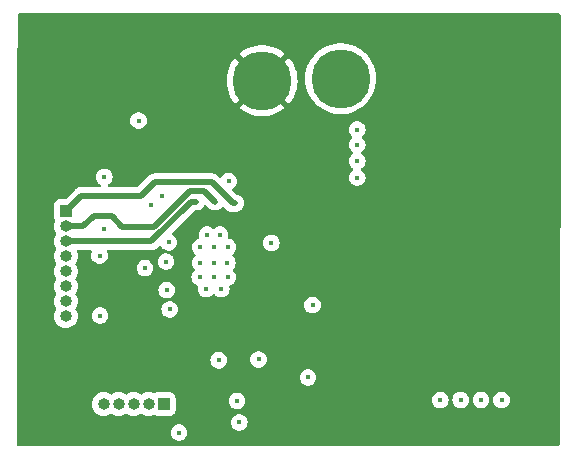
<source format=gbr>
%TF.GenerationSoftware,KiCad,Pcbnew,7.0.9*%
%TF.CreationDate,2023-12-22T17:16:56+01:00*%
%TF.ProjectId,driver_seperate,64726976-6572-45f7-9365-706572617465,rev?*%
%TF.SameCoordinates,Original*%
%TF.FileFunction,Copper,L2,Inr*%
%TF.FilePolarity,Positive*%
%FSLAX46Y46*%
G04 Gerber Fmt 4.6, Leading zero omitted, Abs format (unit mm)*
G04 Created by KiCad (PCBNEW 7.0.9) date 2023-12-22 17:16:56*
%MOMM*%
%LPD*%
G01*
G04 APERTURE LIST*
%TA.AperFunction,ComponentPad*%
%ADD10R,1.000000X1.000000*%
%TD*%
%TA.AperFunction,ComponentPad*%
%ADD11O,1.000000X1.000000*%
%TD*%
%TA.AperFunction,ComponentPad*%
%ADD12C,5.000000*%
%TD*%
%TA.AperFunction,ViaPad*%
%ADD13C,0.400000*%
%TD*%
%TA.AperFunction,Conductor*%
%ADD14C,0.500000*%
%TD*%
G04 APERTURE END LIST*
D10*
%TO.N,/FGOUT*%
%TO.C,J2*%
X147066000Y-111633000D03*
D11*
%TO.N,/PWM*%
X145796000Y-111633000D03*
%TO.N,/BRAKE*%
X144526000Y-111633000D03*
%TO.N,/DIR*%
X143256000Y-111633000D03*
%TO.N,/nFAULT*%
X141986000Y-111633000D03*
%TD*%
D10*
%TO.N,/U*%
%TO.C,J1*%
X138785600Y-95300800D03*
D11*
%TO.N,/V*%
X138785600Y-96570800D03*
%TO.N,/W*%
X138785600Y-97840800D03*
%TO.N,GND*%
X138785600Y-99110800D03*
%TO.N,/H2*%
X138785600Y-100380800D03*
%TO.N,/H1*%
X138785600Y-101650800D03*
%TO.N,/H3*%
X138785600Y-102920800D03*
%TO.N,/SW_BK*%
X138785600Y-104190800D03*
%TD*%
D12*
%TO.N,GND*%
%TO.C,IN-1*%
X162052000Y-84074000D03*
%TD*%
%TO.N,/VM*%
%TO.C,IN+1*%
X155397200Y-84248800D03*
%TD*%
D13*
%TO.N,/AVDD*%
X147472400Y-97942400D03*
X147269200Y-99568000D03*
X159283400Y-109372400D03*
%TO.N,Net-(IC1-ILIM)*%
X151714200Y-107924600D03*
X153263600Y-111353600D03*
%TO.N,Net-(IC1-CP)*%
X156184600Y-97993200D03*
%TO.N,GND*%
X148361400Y-114046000D03*
X153466800Y-113182400D03*
%TO.N,/SW_BK*%
X159664400Y-103251000D03*
%TO.N,/H3*%
X147320000Y-101981000D03*
%TO.N,/H1*%
X145491200Y-100126800D03*
%TO.N,/SW_BK*%
X141681200Y-104140000D03*
%TO.N,Net-(IC1-CP)*%
X146913600Y-94030800D03*
%TO.N,/V*%
X151384000Y-94488000D03*
%TO.N,/W*%
X149809200Y-94488000D03*
%TO.N,/U*%
X153111200Y-94640400D03*
%TO.N,/AVDD*%
X155092400Y-107848400D03*
%TO.N,/nFAULT*%
X145948400Y-94792800D03*
%TO.N,/AVDD*%
X147574000Y-103615500D03*
%TO.N,GND*%
X144932400Y-87630000D03*
X152552400Y-92760800D03*
%TO.N,/AVDD*%
X142036800Y-92405200D03*
X141986000Y-96774000D03*
X141630400Y-99060000D03*
%TO.N,/VM*%
X154178000Y-91059000D03*
X154178000Y-92456000D03*
X154178000Y-89662000D03*
X154178000Y-88392000D03*
%TO.N,GND*%
X163449000Y-88392000D03*
X163449000Y-91059000D03*
X163449000Y-92456000D03*
X163449000Y-89662000D03*
X170484800Y-111302800D03*
X172212000Y-111277400D03*
X173939200Y-111277400D03*
X175666400Y-111302800D03*
X151942800Y-101904800D03*
X150672800Y-101904800D03*
X152501600Y-100888800D03*
X150114000Y-100888800D03*
X151282400Y-100888800D03*
X152450800Y-99669600D03*
X150164800Y-99669600D03*
X151282400Y-99669600D03*
X152501600Y-98348800D03*
X150164800Y-98348800D03*
X151282400Y-98348800D03*
X151841200Y-97282000D03*
X150723600Y-97282000D03*
%TD*%
D14*
%TO.N,/V*%
X140258800Y-96570800D02*
X138785600Y-96570800D01*
X141122400Y-95707200D02*
X140258800Y-96570800D01*
X146253200Y-96621600D02*
X143560800Y-96621600D01*
X143560800Y-96621600D02*
X142646400Y-95707200D01*
X149301200Y-93573600D02*
X146253200Y-96621600D01*
X150469600Y-93573600D02*
X149301200Y-93573600D01*
X151384000Y-94488000D02*
X150469600Y-93573600D01*
X142646400Y-95707200D02*
X141122400Y-95707200D01*
%TO.N,/W*%
X149376750Y-94488000D02*
X146023950Y-97840800D01*
X149809200Y-94488000D02*
X149376750Y-94488000D01*
X146023950Y-97840800D02*
X138785600Y-97840800D01*
%TO.N,/U*%
X140091400Y-93995000D02*
X138785600Y-95300800D01*
X145176239Y-93995000D02*
X140091400Y-93995000D01*
X146319119Y-92852120D02*
X145176239Y-93995000D01*
X151114881Y-92852120D02*
X146319119Y-92852120D01*
X152903161Y-94640400D02*
X151114881Y-92852120D01*
X153111200Y-94640400D02*
X152903161Y-94640400D01*
%TD*%
%TA.AperFunction,Conductor*%
%TO.N,/VM*%
G36*
X180612980Y-78581885D02*
G01*
X180658735Y-78634689D01*
X180669941Y-78686458D01*
X180594257Y-115065258D01*
X180574433Y-115132256D01*
X180521534Y-115177901D01*
X180470257Y-115189000D01*
X134744259Y-115189000D01*
X134677220Y-115169315D01*
X134631465Y-115116511D01*
X134620259Y-115064742D01*
X134622379Y-114046000D01*
X147655755Y-114046000D01*
X147676259Y-114214869D01*
X147676260Y-114214874D01*
X147736582Y-114373931D01*
X147798875Y-114464177D01*
X147833217Y-114513929D01*
X147938905Y-114607560D01*
X147960550Y-114626736D01*
X148111173Y-114705789D01*
X148111175Y-114705790D01*
X148276344Y-114746500D01*
X148446456Y-114746500D01*
X148611625Y-114705790D01*
X148691092Y-114664081D01*
X148762249Y-114626736D01*
X148762250Y-114626734D01*
X148762252Y-114626734D01*
X148889583Y-114513929D01*
X148986218Y-114373930D01*
X149046540Y-114214872D01*
X149067045Y-114046000D01*
X149046540Y-113877128D01*
X148986218Y-113718070D01*
X148889583Y-113578071D01*
X148762252Y-113465266D01*
X148762249Y-113465263D01*
X148611626Y-113386210D01*
X148446456Y-113345500D01*
X148276344Y-113345500D01*
X148111173Y-113386210D01*
X147960550Y-113465263D01*
X147833216Y-113578072D01*
X147736582Y-113718068D01*
X147676260Y-113877125D01*
X147676259Y-113877130D01*
X147655755Y-114046000D01*
X134622379Y-114046000D01*
X134624176Y-113182400D01*
X152761155Y-113182400D01*
X152781659Y-113351269D01*
X152781660Y-113351274D01*
X152841982Y-113510331D01*
X152888741Y-113578072D01*
X152938617Y-113650329D01*
X153015079Y-113718068D01*
X153065950Y-113763136D01*
X153216573Y-113842189D01*
X153216575Y-113842190D01*
X153381744Y-113882900D01*
X153551856Y-113882900D01*
X153717025Y-113842190D01*
X153796492Y-113800481D01*
X153867649Y-113763136D01*
X153867650Y-113763134D01*
X153867652Y-113763134D01*
X153994983Y-113650329D01*
X154091618Y-113510330D01*
X154151940Y-113351272D01*
X154172445Y-113182400D01*
X154151940Y-113013528D01*
X154091618Y-112854470D01*
X153994983Y-112714471D01*
X153867652Y-112601666D01*
X153867649Y-112601663D01*
X153717026Y-112522610D01*
X153551856Y-112481900D01*
X153381744Y-112481900D01*
X153216573Y-112522610D01*
X153065950Y-112601663D01*
X152938616Y-112714472D01*
X152841982Y-112854468D01*
X152781660Y-113013525D01*
X152781659Y-113013530D01*
X152761155Y-113182400D01*
X134624176Y-113182400D01*
X134627399Y-111633000D01*
X140980659Y-111633000D01*
X140999975Y-111829129D01*
X140999976Y-111829132D01*
X141055870Y-112013390D01*
X141057188Y-112017733D01*
X141150086Y-112191532D01*
X141150090Y-112191539D01*
X141275116Y-112343883D01*
X141427460Y-112468909D01*
X141427467Y-112468913D01*
X141601266Y-112561811D01*
X141601269Y-112561811D01*
X141601273Y-112561814D01*
X141789868Y-112619024D01*
X141986000Y-112638341D01*
X142182132Y-112619024D01*
X142370727Y-112561814D01*
X142544538Y-112468910D01*
X142544544Y-112468904D01*
X142549607Y-112465523D01*
X142550703Y-112467164D01*
X142606639Y-112443405D01*
X142675507Y-112455194D01*
X142692148Y-112465888D01*
X142692393Y-112465523D01*
X142697458Y-112468907D01*
X142697462Y-112468910D01*
X142842501Y-112546435D01*
X142869147Y-112560678D01*
X142871273Y-112561814D01*
X143059868Y-112619024D01*
X143256000Y-112638341D01*
X143452132Y-112619024D01*
X143640727Y-112561814D01*
X143814538Y-112468910D01*
X143814544Y-112468904D01*
X143819607Y-112465523D01*
X143820703Y-112467164D01*
X143876639Y-112443405D01*
X143945507Y-112455194D01*
X143962148Y-112465888D01*
X143962393Y-112465523D01*
X143967458Y-112468907D01*
X143967462Y-112468910D01*
X144112501Y-112546435D01*
X144139147Y-112560678D01*
X144141273Y-112561814D01*
X144329868Y-112619024D01*
X144526000Y-112638341D01*
X144722132Y-112619024D01*
X144910727Y-112561814D01*
X145084538Y-112468910D01*
X145084544Y-112468904D01*
X145089607Y-112465523D01*
X145090703Y-112467164D01*
X145146639Y-112443405D01*
X145215507Y-112455194D01*
X145232148Y-112465888D01*
X145232393Y-112465523D01*
X145237458Y-112468907D01*
X145237462Y-112468910D01*
X145382501Y-112546435D01*
X145409147Y-112560678D01*
X145411273Y-112561814D01*
X145599868Y-112619024D01*
X145796000Y-112638341D01*
X145992132Y-112619024D01*
X146180727Y-112561814D01*
X146182853Y-112560677D01*
X146184095Y-112560418D01*
X146186355Y-112559483D01*
X146186532Y-112559911D01*
X146251254Y-112546435D01*
X146315615Y-112570767D01*
X146323669Y-112576796D01*
X146323672Y-112576797D01*
X146458517Y-112627091D01*
X146458516Y-112627091D01*
X146465444Y-112627835D01*
X146518127Y-112633500D01*
X147613872Y-112633499D01*
X147673483Y-112627091D01*
X147808331Y-112576796D01*
X147923546Y-112490546D01*
X148009796Y-112375331D01*
X148060091Y-112240483D01*
X148066500Y-112180873D01*
X148066499Y-111353600D01*
X152557955Y-111353600D01*
X152578459Y-111522469D01*
X152578460Y-111522474D01*
X152638782Y-111681531D01*
X152700351Y-111770727D01*
X152735417Y-111821529D01*
X152805409Y-111883536D01*
X152862750Y-111934336D01*
X152994150Y-112003300D01*
X153013375Y-112013390D01*
X153178544Y-112054100D01*
X153348656Y-112054100D01*
X153513825Y-112013390D01*
X153610617Y-111962589D01*
X153664449Y-111934336D01*
X153664450Y-111934334D01*
X153664452Y-111934334D01*
X153791783Y-111821529D01*
X153888418Y-111681530D01*
X153948740Y-111522472D01*
X153969245Y-111353600D01*
X153963077Y-111302800D01*
X169779155Y-111302800D01*
X169799659Y-111471669D01*
X169799660Y-111471674D01*
X169859982Y-111630731D01*
X169922275Y-111720977D01*
X169956617Y-111770729D01*
X170062305Y-111864360D01*
X170083950Y-111883536D01*
X170234573Y-111962589D01*
X170234575Y-111962590D01*
X170399744Y-112003300D01*
X170569856Y-112003300D01*
X170735025Y-111962590D01*
X170814492Y-111920881D01*
X170885649Y-111883536D01*
X170885650Y-111883534D01*
X170885652Y-111883534D01*
X171012983Y-111770729D01*
X171109618Y-111630730D01*
X171169940Y-111471672D01*
X171190445Y-111302800D01*
X171187361Y-111277400D01*
X171506355Y-111277400D01*
X171526859Y-111446269D01*
X171526860Y-111446274D01*
X171587182Y-111605331D01*
X171604714Y-111630730D01*
X171683817Y-111745329D01*
X171789505Y-111838960D01*
X171811150Y-111858136D01*
X171956333Y-111934334D01*
X171961775Y-111937190D01*
X172126944Y-111977900D01*
X172297056Y-111977900D01*
X172462225Y-111937190D01*
X172564457Y-111883534D01*
X172612849Y-111858136D01*
X172612850Y-111858134D01*
X172612852Y-111858134D01*
X172740183Y-111745329D01*
X172836818Y-111605330D01*
X172897140Y-111446272D01*
X172917645Y-111277400D01*
X173233555Y-111277400D01*
X173254059Y-111446269D01*
X173254060Y-111446274D01*
X173314382Y-111605331D01*
X173331914Y-111630730D01*
X173411017Y-111745329D01*
X173516705Y-111838960D01*
X173538350Y-111858136D01*
X173683533Y-111934334D01*
X173688975Y-111937190D01*
X173854144Y-111977900D01*
X174024256Y-111977900D01*
X174189425Y-111937190D01*
X174291657Y-111883534D01*
X174340049Y-111858136D01*
X174340050Y-111858134D01*
X174340052Y-111858134D01*
X174467383Y-111745329D01*
X174564018Y-111605330D01*
X174624340Y-111446272D01*
X174641761Y-111302800D01*
X174960755Y-111302800D01*
X174981259Y-111471669D01*
X174981260Y-111471674D01*
X175041582Y-111630731D01*
X175103875Y-111720977D01*
X175138217Y-111770729D01*
X175243905Y-111864360D01*
X175265550Y-111883536D01*
X175416173Y-111962589D01*
X175416175Y-111962590D01*
X175581344Y-112003300D01*
X175751456Y-112003300D01*
X175916625Y-111962590D01*
X175996092Y-111920881D01*
X176067249Y-111883536D01*
X176067250Y-111883534D01*
X176067252Y-111883534D01*
X176194583Y-111770729D01*
X176291218Y-111630730D01*
X176351540Y-111471672D01*
X176372045Y-111302800D01*
X176351540Y-111133928D01*
X176291218Y-110974870D01*
X176194583Y-110834871D01*
X176067252Y-110722066D01*
X176067249Y-110722063D01*
X175916626Y-110643010D01*
X175751456Y-110602300D01*
X175581344Y-110602300D01*
X175416173Y-110643010D01*
X175265550Y-110722063D01*
X175138216Y-110834872D01*
X175041582Y-110974868D01*
X174981260Y-111133925D01*
X174981259Y-111133930D01*
X174960755Y-111302800D01*
X174641761Y-111302800D01*
X174644845Y-111277400D01*
X174624340Y-111108528D01*
X174564018Y-110949470D01*
X174545137Y-110922117D01*
X174484915Y-110834871D01*
X174467383Y-110809471D01*
X174351173Y-110706518D01*
X174340049Y-110696663D01*
X174189426Y-110617610D01*
X174024256Y-110576900D01*
X173854144Y-110576900D01*
X173688973Y-110617610D01*
X173538350Y-110696663D01*
X173411016Y-110809472D01*
X173314382Y-110949468D01*
X173254060Y-111108525D01*
X173254059Y-111108530D01*
X173233555Y-111277400D01*
X172917645Y-111277400D01*
X172897140Y-111108528D01*
X172836818Y-110949470D01*
X172817937Y-110922117D01*
X172757715Y-110834871D01*
X172740183Y-110809471D01*
X172623973Y-110706518D01*
X172612849Y-110696663D01*
X172462226Y-110617610D01*
X172297056Y-110576900D01*
X172126944Y-110576900D01*
X171961773Y-110617610D01*
X171811150Y-110696663D01*
X171683816Y-110809472D01*
X171587182Y-110949468D01*
X171526860Y-111108525D01*
X171526859Y-111108530D01*
X171506355Y-111277400D01*
X171187361Y-111277400D01*
X171169940Y-111133928D01*
X171109618Y-110974870D01*
X171012983Y-110834871D01*
X170885652Y-110722066D01*
X170885649Y-110722063D01*
X170735026Y-110643010D01*
X170569856Y-110602300D01*
X170399744Y-110602300D01*
X170234573Y-110643010D01*
X170083950Y-110722063D01*
X169956616Y-110834872D01*
X169859982Y-110974868D01*
X169799660Y-111133925D01*
X169799659Y-111133930D01*
X169779155Y-111302800D01*
X153963077Y-111302800D01*
X153948740Y-111184728D01*
X153888418Y-111025670D01*
X153888312Y-111025517D01*
X153853352Y-110974868D01*
X153791783Y-110885671D01*
X153691791Y-110797086D01*
X153664449Y-110772863D01*
X153513826Y-110693810D01*
X153348656Y-110653100D01*
X153178544Y-110653100D01*
X153013373Y-110693810D01*
X152862750Y-110772863D01*
X152735416Y-110885672D01*
X152638782Y-111025668D01*
X152578460Y-111184725D01*
X152578459Y-111184730D01*
X152557955Y-111353600D01*
X148066499Y-111353600D01*
X148066499Y-111085128D01*
X148061299Y-111036757D01*
X148060091Y-111025516D01*
X148009797Y-110890671D01*
X148009793Y-110890664D01*
X147923547Y-110775455D01*
X147923544Y-110775452D01*
X147808335Y-110689206D01*
X147808328Y-110689202D01*
X147673482Y-110638908D01*
X147673483Y-110638908D01*
X147613883Y-110632501D01*
X147613881Y-110632500D01*
X147613873Y-110632500D01*
X147613864Y-110632500D01*
X146518129Y-110632500D01*
X146518123Y-110632501D01*
X146458516Y-110638908D01*
X146323671Y-110689202D01*
X146323666Y-110689205D01*
X146315614Y-110695233D01*
X146250149Y-110719648D01*
X146186530Y-110706104D01*
X146186359Y-110706518D01*
X146184123Y-110705592D01*
X146182850Y-110705321D01*
X146180729Y-110704187D01*
X146180728Y-110704186D01*
X146180727Y-110704186D01*
X145992132Y-110646976D01*
X145992129Y-110646975D01*
X145796000Y-110627659D01*
X145599870Y-110646975D01*
X145411266Y-110704188D01*
X145237467Y-110797086D01*
X145232399Y-110800473D01*
X145231305Y-110798836D01*
X145175337Y-110822596D01*
X145106471Y-110810795D01*
X145089843Y-110800109D01*
X145089601Y-110800473D01*
X145084532Y-110797086D01*
X144910733Y-110704188D01*
X144910727Y-110704186D01*
X144722132Y-110646976D01*
X144722129Y-110646975D01*
X144526000Y-110627659D01*
X144329870Y-110646975D01*
X144141266Y-110704188D01*
X143967467Y-110797086D01*
X143962399Y-110800473D01*
X143961305Y-110798836D01*
X143905337Y-110822596D01*
X143836471Y-110810795D01*
X143819843Y-110800109D01*
X143819601Y-110800473D01*
X143814532Y-110797086D01*
X143640733Y-110704188D01*
X143640727Y-110704186D01*
X143452132Y-110646976D01*
X143452129Y-110646975D01*
X143256000Y-110627659D01*
X143059870Y-110646975D01*
X142871266Y-110704188D01*
X142697467Y-110797086D01*
X142692399Y-110800473D01*
X142691305Y-110798836D01*
X142635337Y-110822596D01*
X142566471Y-110810795D01*
X142549843Y-110800109D01*
X142549601Y-110800473D01*
X142544532Y-110797086D01*
X142370733Y-110704188D01*
X142370727Y-110704186D01*
X142182132Y-110646976D01*
X142182129Y-110646975D01*
X141986000Y-110627659D01*
X141789870Y-110646975D01*
X141601266Y-110704188D01*
X141427467Y-110797086D01*
X141427460Y-110797090D01*
X141275116Y-110922116D01*
X141150090Y-111074460D01*
X141150086Y-111074467D01*
X141057188Y-111248266D01*
X140999975Y-111436870D01*
X140980659Y-111633000D01*
X134627399Y-111633000D01*
X134632102Y-109372400D01*
X158577755Y-109372400D01*
X158598259Y-109541269D01*
X158598260Y-109541274D01*
X158658582Y-109700331D01*
X158720875Y-109790577D01*
X158755217Y-109840329D01*
X158860905Y-109933960D01*
X158882550Y-109953136D01*
X159033173Y-110032189D01*
X159033175Y-110032190D01*
X159198344Y-110072900D01*
X159368456Y-110072900D01*
X159533625Y-110032190D01*
X159613092Y-109990481D01*
X159684249Y-109953136D01*
X159684250Y-109953134D01*
X159684252Y-109953134D01*
X159811583Y-109840329D01*
X159908218Y-109700330D01*
X159968540Y-109541272D01*
X159989045Y-109372400D01*
X159968540Y-109203528D01*
X159908218Y-109044470D01*
X159811583Y-108904471D01*
X159684252Y-108791666D01*
X159684249Y-108791663D01*
X159533626Y-108712610D01*
X159368456Y-108671900D01*
X159198344Y-108671900D01*
X159033173Y-108712610D01*
X158882550Y-108791663D01*
X158755216Y-108904472D01*
X158658582Y-109044468D01*
X158598260Y-109203525D01*
X158598259Y-109203530D01*
X158577755Y-109372400D01*
X134632102Y-109372400D01*
X134635114Y-107924600D01*
X151008555Y-107924600D01*
X151029059Y-108093469D01*
X151029060Y-108093474D01*
X151089382Y-108252531D01*
X151151675Y-108342777D01*
X151186017Y-108392529D01*
X151291705Y-108486160D01*
X151313350Y-108505336D01*
X151463973Y-108584389D01*
X151463975Y-108584390D01*
X151629144Y-108625100D01*
X151799256Y-108625100D01*
X151964425Y-108584390D01*
X152043892Y-108542681D01*
X152115049Y-108505336D01*
X152115050Y-108505334D01*
X152115052Y-108505334D01*
X152242383Y-108392529D01*
X152339018Y-108252530D01*
X152399340Y-108093472D01*
X152419845Y-107924600D01*
X152410593Y-107848400D01*
X154386755Y-107848400D01*
X154407259Y-108017269D01*
X154407260Y-108017274D01*
X154467582Y-108176331D01*
X154520179Y-108252530D01*
X154564217Y-108316329D01*
X154669905Y-108409960D01*
X154691550Y-108429136D01*
X154836733Y-108505334D01*
X154842175Y-108508190D01*
X155007344Y-108548900D01*
X155177456Y-108548900D01*
X155342625Y-108508190D01*
X155422092Y-108466481D01*
X155493249Y-108429136D01*
X155493250Y-108429134D01*
X155493252Y-108429134D01*
X155620583Y-108316329D01*
X155717218Y-108176330D01*
X155777540Y-108017272D01*
X155798045Y-107848400D01*
X155777540Y-107679528D01*
X155717218Y-107520470D01*
X155620583Y-107380471D01*
X155493252Y-107267666D01*
X155493249Y-107267663D01*
X155342626Y-107188610D01*
X155177456Y-107147900D01*
X155007344Y-107147900D01*
X154842173Y-107188610D01*
X154691550Y-107267663D01*
X154564216Y-107380472D01*
X154467582Y-107520468D01*
X154407260Y-107679525D01*
X154407259Y-107679530D01*
X154386755Y-107848400D01*
X152410593Y-107848400D01*
X152399340Y-107755728D01*
X152339018Y-107596670D01*
X152242383Y-107456671D01*
X152115052Y-107343866D01*
X152115049Y-107343863D01*
X151964426Y-107264810D01*
X151799256Y-107224100D01*
X151629144Y-107224100D01*
X151463973Y-107264810D01*
X151313350Y-107343863D01*
X151186016Y-107456672D01*
X151089382Y-107596668D01*
X151029060Y-107755725D01*
X151029059Y-107755730D01*
X151008555Y-107924600D01*
X134635114Y-107924600D01*
X134642882Y-104190800D01*
X137780259Y-104190800D01*
X137799575Y-104386929D01*
X137856788Y-104575533D01*
X137949686Y-104749332D01*
X137949690Y-104749339D01*
X138074716Y-104901683D01*
X138227060Y-105026709D01*
X138227067Y-105026713D01*
X138400866Y-105119611D01*
X138400869Y-105119611D01*
X138400873Y-105119614D01*
X138589468Y-105176824D01*
X138785600Y-105196141D01*
X138981732Y-105176824D01*
X139170327Y-105119614D01*
X139344138Y-105026710D01*
X139496483Y-104901683D01*
X139621510Y-104749338D01*
X139714414Y-104575527D01*
X139771624Y-104386932D01*
X139790941Y-104190800D01*
X139785938Y-104140000D01*
X140975555Y-104140000D01*
X140996059Y-104308869D01*
X140996060Y-104308874D01*
X141056382Y-104467931D01*
X141118675Y-104558177D01*
X141153017Y-104607929D01*
X141258705Y-104701560D01*
X141280350Y-104720736D01*
X141430973Y-104799789D01*
X141430975Y-104799790D01*
X141596144Y-104840500D01*
X141766256Y-104840500D01*
X141931425Y-104799790D01*
X142010892Y-104758081D01*
X142082049Y-104720736D01*
X142082050Y-104720734D01*
X142082052Y-104720734D01*
X142209383Y-104607929D01*
X142306018Y-104467930D01*
X142366340Y-104308872D01*
X142386845Y-104140000D01*
X142366340Y-103971128D01*
X142306018Y-103812070D01*
X142209383Y-103672071D01*
X142145527Y-103615500D01*
X146868355Y-103615500D01*
X146888859Y-103784369D01*
X146888860Y-103784374D01*
X146949182Y-103943431D01*
X147011475Y-104033677D01*
X147045817Y-104083429D01*
X147109673Y-104140000D01*
X147173150Y-104196236D01*
X147323773Y-104275289D01*
X147323775Y-104275290D01*
X147488944Y-104316000D01*
X147659056Y-104316000D01*
X147824225Y-104275290D01*
X147903692Y-104233581D01*
X147974849Y-104196236D01*
X147974850Y-104196234D01*
X147974852Y-104196234D01*
X148102183Y-104083429D01*
X148198818Y-103943430D01*
X148259140Y-103784372D01*
X148279645Y-103615500D01*
X148259140Y-103446628D01*
X148198818Y-103287570D01*
X148173575Y-103251000D01*
X158958755Y-103251000D01*
X158979259Y-103419869D01*
X158979260Y-103419874D01*
X159039582Y-103578931D01*
X159076398Y-103632267D01*
X159136217Y-103718929D01*
X159234575Y-103806066D01*
X159263550Y-103831736D01*
X159414173Y-103910789D01*
X159414175Y-103910790D01*
X159579344Y-103951500D01*
X159749456Y-103951500D01*
X159914625Y-103910790D01*
X159994092Y-103869081D01*
X160065249Y-103831736D01*
X160065250Y-103831734D01*
X160065252Y-103831734D01*
X160192583Y-103718929D01*
X160289218Y-103578930D01*
X160349540Y-103419872D01*
X160370045Y-103251000D01*
X160349540Y-103082128D01*
X160289218Y-102923070D01*
X160286266Y-102918794D01*
X160254876Y-102873318D01*
X160192583Y-102783071D01*
X160073637Y-102677694D01*
X160065249Y-102670263D01*
X159914626Y-102591210D01*
X159749456Y-102550500D01*
X159579344Y-102550500D01*
X159414173Y-102591210D01*
X159263550Y-102670263D01*
X159136216Y-102783072D01*
X159039582Y-102923068D01*
X158979260Y-103082125D01*
X158979259Y-103082130D01*
X158958755Y-103251000D01*
X148173575Y-103251000D01*
X148102183Y-103147571D01*
X147974852Y-103034766D01*
X147974849Y-103034763D01*
X147824226Y-102955710D01*
X147659056Y-102915000D01*
X147488944Y-102915000D01*
X147481443Y-102915000D01*
X147481443Y-102913030D01*
X147474805Y-102911926D01*
X147466521Y-102918794D01*
X147447160Y-102925298D01*
X147323773Y-102955710D01*
X147173150Y-103034763D01*
X147045816Y-103147572D01*
X146949182Y-103287568D01*
X146888860Y-103446625D01*
X146888859Y-103446630D01*
X146868355Y-103615500D01*
X142145527Y-103615500D01*
X142082052Y-103559266D01*
X142082049Y-103559263D01*
X141931426Y-103480210D01*
X141766256Y-103439500D01*
X141596144Y-103439500D01*
X141430973Y-103480210D01*
X141280350Y-103559263D01*
X141153016Y-103672072D01*
X141056382Y-103812068D01*
X140996060Y-103971125D01*
X140996059Y-103971130D01*
X140975555Y-104140000D01*
X139785938Y-104140000D01*
X139771624Y-103994668D01*
X139714414Y-103806073D01*
X139621510Y-103632262D01*
X139621507Y-103632258D01*
X139618123Y-103627193D01*
X139619764Y-103626096D01*
X139596005Y-103570161D01*
X139607794Y-103501293D01*
X139618488Y-103484651D01*
X139618123Y-103484407D01*
X139621504Y-103479344D01*
X139621510Y-103479338D01*
X139714414Y-103305527D01*
X139771624Y-103116932D01*
X139790941Y-102920800D01*
X139771624Y-102724668D01*
X139714414Y-102536073D01*
X139621510Y-102362262D01*
X139621507Y-102362258D01*
X139618123Y-102357193D01*
X139619764Y-102356096D01*
X139596005Y-102300161D01*
X139607794Y-102231293D01*
X139618488Y-102214651D01*
X139618123Y-102214407D01*
X139621504Y-102209344D01*
X139621510Y-102209338D01*
X139714414Y-102035527D01*
X139730955Y-101981000D01*
X146614355Y-101981000D01*
X146634859Y-102149869D01*
X146634860Y-102149874D01*
X146695182Y-102308931D01*
X146757475Y-102399177D01*
X146791817Y-102448929D01*
X146890175Y-102536066D01*
X146919150Y-102561736D01*
X147069773Y-102640789D01*
X147069775Y-102640790D01*
X147234944Y-102681500D01*
X147412557Y-102681500D01*
X147412557Y-102683474D01*
X147419196Y-102684577D01*
X147427504Y-102677694D01*
X147446836Y-102671202D01*
X147570225Y-102640790D01*
X147664691Y-102591210D01*
X147720849Y-102561736D01*
X147720850Y-102561734D01*
X147720852Y-102561734D01*
X147848183Y-102448929D01*
X147944818Y-102308930D01*
X148005140Y-102149872D01*
X148025645Y-101981000D01*
X148005140Y-101812128D01*
X147944818Y-101653070D01*
X147848183Y-101513071D01*
X147720852Y-101400266D01*
X147720849Y-101400263D01*
X147570226Y-101321210D01*
X147405056Y-101280500D01*
X147234944Y-101280500D01*
X147069773Y-101321210D01*
X146919150Y-101400263D01*
X146791816Y-101513072D01*
X146695182Y-101653068D01*
X146634860Y-101812125D01*
X146634859Y-101812130D01*
X146614355Y-101981000D01*
X139730955Y-101981000D01*
X139771624Y-101846932D01*
X139790941Y-101650800D01*
X139771624Y-101454668D01*
X139714414Y-101266073D01*
X139621510Y-101092262D01*
X139621507Y-101092258D01*
X139618123Y-101087193D01*
X139619764Y-101086096D01*
X139596005Y-101030161D01*
X139607794Y-100961293D01*
X139618488Y-100944651D01*
X139618123Y-100944407D01*
X139621504Y-100939344D01*
X139621510Y-100939338D01*
X139648523Y-100888800D01*
X149408355Y-100888800D01*
X149428859Y-101057669D01*
X149428860Y-101057674D01*
X149489182Y-101216731D01*
X149551475Y-101306977D01*
X149585817Y-101356729D01*
X149691505Y-101450360D01*
X149713150Y-101469536D01*
X149863774Y-101548590D01*
X149889957Y-101555043D01*
X149906141Y-101559032D01*
X149966522Y-101594187D01*
X149998312Y-101656406D01*
X149992413Y-101723393D01*
X149987661Y-101735924D01*
X149987659Y-101735930D01*
X149967155Y-101904800D01*
X149987659Y-102073669D01*
X149987660Y-102073674D01*
X150047982Y-102232731D01*
X150100579Y-102308930D01*
X150144617Y-102372729D01*
X150250305Y-102466360D01*
X150271950Y-102485536D01*
X150395729Y-102550500D01*
X150422575Y-102564590D01*
X150587744Y-102605300D01*
X150757856Y-102605300D01*
X150923025Y-102564590D01*
X151002492Y-102522881D01*
X151073649Y-102485536D01*
X151073650Y-102485534D01*
X151073652Y-102485534D01*
X151200983Y-102372729D01*
X151205750Y-102365821D01*
X151260030Y-102321833D01*
X151329478Y-102314172D01*
X151392044Y-102345273D01*
X151409846Y-102365817D01*
X151414617Y-102372729D01*
X151500627Y-102448927D01*
X151541950Y-102485536D01*
X151665729Y-102550500D01*
X151692575Y-102564590D01*
X151857744Y-102605300D01*
X152027856Y-102605300D01*
X152193025Y-102564590D01*
X152272492Y-102522881D01*
X152343649Y-102485536D01*
X152343650Y-102485534D01*
X152343652Y-102485534D01*
X152470983Y-102372729D01*
X152567618Y-102232730D01*
X152627940Y-102073672D01*
X152648445Y-101904800D01*
X152627940Y-101735928D01*
X152623187Y-101723397D01*
X152617822Y-101653735D01*
X152650971Y-101592229D01*
X152709456Y-101559032D01*
X152751825Y-101548590D01*
X152902449Y-101469536D01*
X152902450Y-101469534D01*
X152902452Y-101469534D01*
X153029783Y-101356729D01*
X153126418Y-101216730D01*
X153186740Y-101057672D01*
X153207245Y-100888800D01*
X153186740Y-100719928D01*
X153182040Y-100707536D01*
X153126417Y-100560868D01*
X153053154Y-100454730D01*
X153029783Y-100420871D01*
X153029781Y-100420869D01*
X152949236Y-100349512D01*
X152912109Y-100290323D01*
X152912877Y-100220457D01*
X152949234Y-100163883D01*
X152978983Y-100137529D01*
X153075618Y-99997530D01*
X153135940Y-99838472D01*
X153156445Y-99669600D01*
X153135940Y-99500728D01*
X153075618Y-99341670D01*
X152978983Y-99201671D01*
X152952773Y-99178451D01*
X152891281Y-99123973D01*
X152854154Y-99064784D01*
X152854922Y-98994918D01*
X152893340Y-98936559D01*
X152902058Y-98929881D01*
X152902446Y-98929536D01*
X152902452Y-98929534D01*
X153029783Y-98816729D01*
X153126418Y-98676730D01*
X153186740Y-98517672D01*
X153207245Y-98348800D01*
X153186740Y-98179928D01*
X153126418Y-98020870D01*
X153107319Y-97993200D01*
X155478955Y-97993200D01*
X155499459Y-98162069D01*
X155499460Y-98162074D01*
X155559782Y-98321131D01*
X155613761Y-98399332D01*
X155656417Y-98461129D01*
X155726409Y-98523136D01*
X155783750Y-98573936D01*
X155886953Y-98628101D01*
X155934375Y-98652990D01*
X156099544Y-98693700D01*
X156269656Y-98693700D01*
X156434825Y-98652990D01*
X156543242Y-98596088D01*
X156585449Y-98573936D01*
X156585450Y-98573934D01*
X156585452Y-98573934D01*
X156712783Y-98461129D01*
X156809418Y-98321130D01*
X156869740Y-98162072D01*
X156890245Y-97993200D01*
X156869740Y-97824328D01*
X156809418Y-97665270D01*
X156797704Y-97648300D01*
X156771219Y-97609930D01*
X156712783Y-97525271D01*
X156585452Y-97412466D01*
X156585449Y-97412463D01*
X156434826Y-97333410D01*
X156269656Y-97292700D01*
X156099544Y-97292700D01*
X155934373Y-97333410D01*
X155783750Y-97412463D01*
X155656416Y-97525272D01*
X155559782Y-97665268D01*
X155499460Y-97824325D01*
X155499459Y-97824330D01*
X155478955Y-97993200D01*
X153107319Y-97993200D01*
X153029783Y-97880871D01*
X152908620Y-97773530D01*
X152902449Y-97768063D01*
X152751826Y-97689010D01*
X152598922Y-97651323D01*
X152538541Y-97616167D01*
X152506753Y-97553947D01*
X152512654Y-97486957D01*
X152526340Y-97450872D01*
X152546845Y-97282000D01*
X152526340Y-97113128D01*
X152466018Y-96954070D01*
X152369383Y-96814071D01*
X152242052Y-96701266D01*
X152242049Y-96701263D01*
X152091426Y-96622210D01*
X151926256Y-96581500D01*
X151756144Y-96581500D01*
X151590973Y-96622210D01*
X151440350Y-96701263D01*
X151364627Y-96768349D01*
X151301394Y-96798070D01*
X151232130Y-96788886D01*
X151200173Y-96768349D01*
X151124449Y-96701263D01*
X150973826Y-96622210D01*
X150808656Y-96581500D01*
X150638544Y-96581500D01*
X150473373Y-96622210D01*
X150322750Y-96701263D01*
X150195416Y-96814072D01*
X150098782Y-96954068D01*
X150038460Y-97113125D01*
X150038459Y-97113130D01*
X150017955Y-97282000D01*
X150038459Y-97450869D01*
X150038461Y-97450877D01*
X150060829Y-97509857D01*
X150066196Y-97579520D01*
X150033048Y-97641026D01*
X149974563Y-97674224D01*
X149914572Y-97689010D01*
X149763950Y-97768063D01*
X149636616Y-97880872D01*
X149539982Y-98020868D01*
X149479660Y-98179925D01*
X149479659Y-98179930D01*
X149459155Y-98348800D01*
X149479659Y-98517669D01*
X149479660Y-98517674D01*
X149539982Y-98676731D01*
X149636618Y-98816730D01*
X149749105Y-98916385D01*
X149786232Y-98975574D01*
X149785464Y-99045439D01*
X149749105Y-99102015D01*
X149636618Y-99201669D01*
X149539982Y-99341668D01*
X149479660Y-99500725D01*
X149479659Y-99500730D01*
X149459155Y-99669600D01*
X149479659Y-99838469D01*
X149479660Y-99838474D01*
X149539982Y-99997531D01*
X149566487Y-100035929D01*
X149636617Y-100137529D01*
X149666363Y-100163882D01*
X149703490Y-100223071D01*
X149702722Y-100292936D01*
X149666364Y-100349512D01*
X149585816Y-100420871D01*
X149489182Y-100560868D01*
X149428860Y-100719925D01*
X149428859Y-100719930D01*
X149408355Y-100888800D01*
X139648523Y-100888800D01*
X139714414Y-100765527D01*
X139771624Y-100576932D01*
X139790941Y-100380800D01*
X139771624Y-100184668D01*
X139754070Y-100126800D01*
X144785555Y-100126800D01*
X144806059Y-100295669D01*
X144806060Y-100295674D01*
X144866382Y-100454731D01*
X144924428Y-100538823D01*
X144963017Y-100594729D01*
X145068705Y-100688360D01*
X145090350Y-100707536D01*
X145240973Y-100786589D01*
X145240975Y-100786590D01*
X145406144Y-100827300D01*
X145576256Y-100827300D01*
X145741425Y-100786590D01*
X145868434Y-100719930D01*
X145892049Y-100707536D01*
X145892050Y-100707534D01*
X145892052Y-100707534D01*
X146019383Y-100594729D01*
X146116018Y-100454730D01*
X146176340Y-100295672D01*
X146196845Y-100126800D01*
X146176340Y-99957928D01*
X146116018Y-99798870D01*
X146019383Y-99658871D01*
X145924516Y-99574826D01*
X145916811Y-99568000D01*
X146563555Y-99568000D01*
X146584059Y-99736869D01*
X146584060Y-99736874D01*
X146644382Y-99895931D01*
X146687174Y-99957925D01*
X146741017Y-100035929D01*
X146843590Y-100126800D01*
X146868350Y-100148736D01*
X147005003Y-100220457D01*
X147018975Y-100227790D01*
X147184144Y-100268500D01*
X147354256Y-100268500D01*
X147519425Y-100227790D01*
X147601586Y-100184668D01*
X147670049Y-100148736D01*
X147670050Y-100148734D01*
X147670052Y-100148734D01*
X147797383Y-100035929D01*
X147894018Y-99895930D01*
X147954340Y-99736872D01*
X147974845Y-99568000D01*
X147954340Y-99399128D01*
X147894018Y-99240070D01*
X147886286Y-99228869D01*
X147813881Y-99123973D01*
X147797383Y-99100071D01*
X147695499Y-99009810D01*
X147670049Y-98987263D01*
X147519426Y-98908210D01*
X147434577Y-98887297D01*
X147374196Y-98852141D01*
X147361991Y-98828253D01*
X147348905Y-98844770D01*
X147282795Y-98867380D01*
X147277348Y-98867500D01*
X147184144Y-98867500D01*
X147018973Y-98908210D01*
X146868350Y-98987263D01*
X146741016Y-99100072D01*
X146644382Y-99240068D01*
X146584060Y-99399125D01*
X146584059Y-99399130D01*
X146563555Y-99568000D01*
X145916811Y-99568000D01*
X145892049Y-99546063D01*
X145741426Y-99467010D01*
X145576256Y-99426300D01*
X145406144Y-99426300D01*
X145240973Y-99467010D01*
X145090350Y-99546063D01*
X144963016Y-99658872D01*
X144866382Y-99798868D01*
X144806060Y-99957925D01*
X144806059Y-99957930D01*
X144785555Y-100126800D01*
X139754070Y-100126800D01*
X139714414Y-99996073D01*
X139621510Y-99822262D01*
X139621507Y-99822258D01*
X139618123Y-99817193D01*
X139619764Y-99816096D01*
X139596005Y-99760161D01*
X139607794Y-99691293D01*
X139618488Y-99674651D01*
X139618123Y-99674407D01*
X139621504Y-99669344D01*
X139621510Y-99669338D01*
X139714414Y-99495527D01*
X139771624Y-99306932D01*
X139790941Y-99110800D01*
X139771624Y-98914668D01*
X139722064Y-98751294D01*
X139721442Y-98681428D01*
X139758690Y-98622316D01*
X139821984Y-98592725D01*
X139840726Y-98591300D01*
X140879324Y-98591300D01*
X140946363Y-98610985D01*
X140992118Y-98663789D01*
X141002062Y-98732947D01*
X140995266Y-98759270D01*
X140945261Y-98891122D01*
X140945259Y-98891130D01*
X140924755Y-99060000D01*
X140945259Y-99228869D01*
X140945260Y-99228874D01*
X141005582Y-99387931D01*
X141032067Y-99426300D01*
X141102217Y-99527929D01*
X141207905Y-99621560D01*
X141229550Y-99640736D01*
X141380173Y-99719789D01*
X141380175Y-99719790D01*
X141545344Y-99760500D01*
X141715456Y-99760500D01*
X141880625Y-99719790D01*
X141976764Y-99669332D01*
X142031249Y-99640736D01*
X142031250Y-99640734D01*
X142031252Y-99640734D01*
X142158583Y-99527929D01*
X142255218Y-99387930D01*
X142315540Y-99228872D01*
X142336045Y-99060000D01*
X142315540Y-98891128D01*
X142314087Y-98887297D01*
X142265534Y-98759270D01*
X142260167Y-98689607D01*
X142293315Y-98628101D01*
X142354453Y-98594280D01*
X142381476Y-98591300D01*
X145960245Y-98591300D01*
X145978215Y-98592609D01*
X146001973Y-98596089D01*
X146054018Y-98591535D01*
X146059420Y-98591300D01*
X146067654Y-98591300D01*
X146067659Y-98591300D01*
X146079277Y-98589941D01*
X146100226Y-98587493D01*
X146112978Y-98586377D01*
X146176747Y-98580799D01*
X146176755Y-98580796D01*
X146183816Y-98579339D01*
X146183828Y-98579398D01*
X146191193Y-98577765D01*
X146191179Y-98577706D01*
X146198196Y-98576041D01*
X146198205Y-98576041D01*
X146270373Y-98549774D01*
X146343284Y-98525614D01*
X146343293Y-98525607D01*
X146349832Y-98522560D01*
X146349858Y-98522616D01*
X146356640Y-98519332D01*
X146356613Y-98519278D01*
X146363056Y-98516040D01*
X146363067Y-98516037D01*
X146427233Y-98473834D01*
X146492606Y-98433512D01*
X146492612Y-98433505D01*
X146498275Y-98429029D01*
X146498312Y-98429077D01*
X146504154Y-98424318D01*
X146504114Y-98424271D01*
X146509636Y-98419636D01*
X146509646Y-98419630D01*
X146531348Y-98396625D01*
X146562336Y-98363782D01*
X146613192Y-98312925D01*
X146664050Y-98262066D01*
X146725371Y-98228583D01*
X146795063Y-98233567D01*
X146850997Y-98275438D01*
X146853774Y-98279301D01*
X146944217Y-98410329D01*
X147001559Y-98461129D01*
X147071550Y-98523136D01*
X147222173Y-98602189D01*
X147222175Y-98602190D01*
X147292554Y-98619536D01*
X147307023Y-98623103D01*
X147367404Y-98658259D01*
X147379608Y-98682146D01*
X147392695Y-98665630D01*
X147458805Y-98643020D01*
X147464252Y-98642900D01*
X147557456Y-98642900D01*
X147722625Y-98602190D01*
X147817754Y-98552262D01*
X147873249Y-98523136D01*
X147873250Y-98523134D01*
X147873252Y-98523134D01*
X148000583Y-98410329D01*
X148097218Y-98270330D01*
X148157540Y-98111272D01*
X148178045Y-97942400D01*
X148157540Y-97773528D01*
X148155467Y-97768063D01*
X148107289Y-97641026D01*
X148097218Y-97614470D01*
X148094084Y-97609930D01*
X148055442Y-97553947D01*
X148000583Y-97474471D01*
X147873252Y-97361666D01*
X147873250Y-97361665D01*
X147873249Y-97361664D01*
X147819955Y-97333693D01*
X147769743Y-97285109D01*
X147753768Y-97217090D01*
X147777103Y-97151232D01*
X147789894Y-97136222D01*
X149651298Y-95274819D01*
X149712621Y-95241334D01*
X149738979Y-95238500D01*
X149852901Y-95238500D01*
X149852909Y-95238500D01*
X149983455Y-95223241D01*
X150148317Y-95163237D01*
X150294896Y-95066830D01*
X150415292Y-94939218D01*
X150465735Y-94851847D01*
X150516297Y-94803635D01*
X150584904Y-94790411D01*
X150649769Y-94816378D01*
X150660800Y-94826169D01*
X150884216Y-95049585D01*
X150884220Y-95049588D01*
X150884223Y-95049591D01*
X150987323Y-95131111D01*
X151146327Y-95205257D01*
X151318144Y-95240734D01*
X151493513Y-95235631D01*
X151662976Y-95190223D01*
X151817400Y-95106959D01*
X151948459Y-94990326D01*
X151963879Y-94968302D01*
X152018453Y-94924677D01*
X152087951Y-94917482D01*
X152150307Y-94949002D01*
X152153136Y-94951743D01*
X152327431Y-95126038D01*
X152339212Y-95139670D01*
X152353549Y-95158928D01*
X152393570Y-95192511D01*
X152397558Y-95196166D01*
X152403377Y-95201985D01*
X152403381Y-95201988D01*
X152403384Y-95201991D01*
X152429120Y-95222340D01*
X152487947Y-95271702D01*
X152487948Y-95271702D01*
X152487950Y-95271704D01*
X152493979Y-95275670D01*
X152493946Y-95275719D01*
X152500308Y-95279772D01*
X152500340Y-95279721D01*
X152506480Y-95283508D01*
X152506484Y-95283511D01*
X152541293Y-95299743D01*
X152576102Y-95315975D01*
X152635867Y-95345990D01*
X152644728Y-95350440D01*
X152644730Y-95350440D01*
X152651518Y-95352911D01*
X152651497Y-95352967D01*
X152658618Y-95355443D01*
X152658637Y-95355386D01*
X152665483Y-95357654D01*
X152665488Y-95357657D01*
X152665493Y-95357658D01*
X152665496Y-95357659D01*
X152740726Y-95373192D01*
X152815440Y-95390900D01*
X152815443Y-95390900D01*
X152815447Y-95390901D01*
X152822614Y-95391739D01*
X152822607Y-95391798D01*
X152830105Y-95392564D01*
X152830111Y-95392505D01*
X152837300Y-95393134D01*
X152837304Y-95393133D01*
X152837305Y-95393134D01*
X152914078Y-95390900D01*
X153154909Y-95390900D01*
X153285455Y-95375641D01*
X153450317Y-95315637D01*
X153591359Y-95222871D01*
X153596893Y-95219232D01*
X153596894Y-95219231D01*
X153596893Y-95219231D01*
X153596896Y-95219230D01*
X153717292Y-95091618D01*
X153805012Y-94939681D01*
X153855330Y-94771610D01*
X153865531Y-94596465D01*
X153835065Y-94423689D01*
X153765577Y-94262596D01*
X153660810Y-94121870D01*
X153526414Y-94009098D01*
X153501164Y-93996417D01*
X153369633Y-93930359D01*
X153252937Y-93902701D01*
X153193853Y-93869725D01*
X152883810Y-93559682D01*
X152850325Y-93498359D01*
X152855309Y-93428667D01*
X152897181Y-93372734D01*
X152913853Y-93362212D01*
X152953252Y-93341534D01*
X153080583Y-93228729D01*
X153177218Y-93088730D01*
X153237540Y-92929672D01*
X153258045Y-92760800D01*
X153237540Y-92591928D01*
X153185990Y-92456000D01*
X162743355Y-92456000D01*
X162763859Y-92624869D01*
X162763860Y-92624874D01*
X162824182Y-92783931D01*
X162885751Y-92873127D01*
X162920817Y-92923929D01*
X162990809Y-92985936D01*
X163048150Y-93036736D01*
X163179550Y-93105700D01*
X163198775Y-93115790D01*
X163363944Y-93156500D01*
X163534056Y-93156500D01*
X163699225Y-93115790D01*
X163796015Y-93064990D01*
X163849849Y-93036736D01*
X163849850Y-93036734D01*
X163849852Y-93036734D01*
X163977183Y-92923929D01*
X164073818Y-92783930D01*
X164134140Y-92624872D01*
X164154645Y-92456000D01*
X164134140Y-92287128D01*
X164073818Y-92128070D01*
X164066093Y-92116879D01*
X164027039Y-92060300D01*
X163977183Y-91988071D01*
X163849852Y-91875266D01*
X163834667Y-91867296D01*
X163784455Y-91818713D01*
X163768480Y-91750694D01*
X163791815Y-91684836D01*
X163834667Y-91647703D01*
X163849852Y-91639734D01*
X163977183Y-91526929D01*
X164073818Y-91386930D01*
X164134140Y-91227872D01*
X164154645Y-91059000D01*
X164134140Y-90890128D01*
X164073818Y-90731070D01*
X163977183Y-90591071D01*
X163849852Y-90478266D01*
X163834667Y-90470296D01*
X163784455Y-90421713D01*
X163768480Y-90353694D01*
X163791815Y-90287836D01*
X163834667Y-90250703D01*
X163849852Y-90242734D01*
X163977183Y-90129929D01*
X164073818Y-89989930D01*
X164134140Y-89830872D01*
X164154645Y-89662000D01*
X164134140Y-89493128D01*
X164073818Y-89334070D01*
X163977183Y-89194071D01*
X163893363Y-89119813D01*
X163856238Y-89060626D01*
X163857006Y-88990761D01*
X163893363Y-88934186D01*
X163977183Y-88859929D01*
X164073818Y-88719930D01*
X164134140Y-88560872D01*
X164154645Y-88392000D01*
X164134140Y-88223128D01*
X164129440Y-88210736D01*
X164073817Y-88064068D01*
X164000554Y-87957930D01*
X163977183Y-87924071D01*
X163849852Y-87811266D01*
X163849849Y-87811263D01*
X163699226Y-87732210D01*
X163534056Y-87691500D01*
X163363944Y-87691500D01*
X163198773Y-87732210D01*
X163048150Y-87811263D01*
X162920816Y-87924072D01*
X162824182Y-88064068D01*
X162763860Y-88223125D01*
X162763859Y-88223130D01*
X162743355Y-88392000D01*
X162763859Y-88560869D01*
X162763860Y-88560874D01*
X162824182Y-88719931D01*
X162920818Y-88859930D01*
X163004634Y-88934185D01*
X163041761Y-88993374D01*
X163040993Y-89063240D01*
X163004634Y-89119815D01*
X162920818Y-89194069D01*
X162824182Y-89334068D01*
X162763860Y-89493125D01*
X162763859Y-89493130D01*
X162743355Y-89662000D01*
X162763859Y-89830869D01*
X162763860Y-89830874D01*
X162824182Y-89989931D01*
X162886475Y-90080177D01*
X162920817Y-90129929D01*
X163048148Y-90242734D01*
X163058974Y-90248416D01*
X163063333Y-90250704D01*
X163113545Y-90299289D01*
X163129519Y-90367309D01*
X163106183Y-90433166D01*
X163063333Y-90470296D01*
X163048149Y-90478265D01*
X162920816Y-90591072D01*
X162824182Y-90731068D01*
X162763860Y-90890125D01*
X162763859Y-90890130D01*
X162743355Y-91059000D01*
X162763859Y-91227869D01*
X162763860Y-91227874D01*
X162824182Y-91386931D01*
X162886475Y-91477177D01*
X162920817Y-91526929D01*
X163048148Y-91639734D01*
X163058974Y-91645416D01*
X163063333Y-91647704D01*
X163113545Y-91696289D01*
X163129519Y-91764309D01*
X163106183Y-91830166D01*
X163063333Y-91867296D01*
X163048149Y-91875265D01*
X162920816Y-91988072D01*
X162824182Y-92128068D01*
X162763860Y-92287125D01*
X162763859Y-92287130D01*
X162743355Y-92456000D01*
X153185990Y-92456000D01*
X153177218Y-92432870D01*
X153176539Y-92431887D01*
X153131393Y-92366481D01*
X153080583Y-92292871D01*
X152953252Y-92180066D01*
X152953249Y-92180063D01*
X152802626Y-92101010D01*
X152637456Y-92060300D01*
X152467344Y-92060300D01*
X152302173Y-92101010D01*
X152151550Y-92180063D01*
X152026858Y-92290531D01*
X152024217Y-92292871D01*
X151942442Y-92411342D01*
X151888158Y-92455332D01*
X151818710Y-92462991D01*
X151756145Y-92431887D01*
X151752711Y-92428582D01*
X151690610Y-92366481D01*
X151678830Y-92352850D01*
X151671363Y-92342821D01*
X151664493Y-92333592D01*
X151659204Y-92329154D01*
X151624468Y-92300006D01*
X151620493Y-92296364D01*
X151616999Y-92292870D01*
X151614661Y-92290531D01*
X151588921Y-92270179D01*
X151530090Y-92220814D01*
X151524061Y-92216849D01*
X151524093Y-92216800D01*
X151517734Y-92212748D01*
X151517703Y-92212799D01*
X151511561Y-92209011D01*
X151511559Y-92209010D01*
X151511558Y-92209009D01*
X151472355Y-92190728D01*
X151441939Y-92176544D01*
X151407775Y-92159387D01*
X151373314Y-92142080D01*
X151373312Y-92142079D01*
X151373311Y-92142079D01*
X151366526Y-92139609D01*
X151366546Y-92139553D01*
X151359430Y-92137079D01*
X151359412Y-92137135D01*
X151352552Y-92134862D01*
X151319656Y-92128070D01*
X151277315Y-92119327D01*
X151228353Y-92107723D01*
X151202600Y-92101619D01*
X151195428Y-92100781D01*
X151195434Y-92100721D01*
X151187936Y-92099955D01*
X151187931Y-92100015D01*
X151180741Y-92099385D01*
X151103964Y-92101620D01*
X146382824Y-92101620D01*
X146364854Y-92100311D01*
X146341091Y-92096830D01*
X146296009Y-92100775D01*
X146289052Y-92101384D01*
X146283651Y-92101620D01*
X146275407Y-92101620D01*
X146242826Y-92105428D01*
X146166318Y-92112121D01*
X146159252Y-92113581D01*
X146159240Y-92113524D01*
X146151873Y-92115158D01*
X146151887Y-92115214D01*
X146144870Y-92116876D01*
X146072692Y-92143146D01*
X145999781Y-92167307D01*
X145993238Y-92170358D01*
X145993213Y-92170306D01*
X145986433Y-92173588D01*
X145986459Y-92173640D01*
X145980000Y-92176884D01*
X145915828Y-92219090D01*
X145850464Y-92259408D01*
X145844796Y-92263890D01*
X145844760Y-92263844D01*
X145838917Y-92268604D01*
X145838954Y-92268648D01*
X145833429Y-92273284D01*
X145833423Y-92273289D01*
X145833423Y-92273290D01*
X145817159Y-92290529D01*
X145780717Y-92329154D01*
X144901690Y-93208181D01*
X144840367Y-93241666D01*
X144814009Y-93244500D01*
X142448084Y-93244500D01*
X142381045Y-93224815D01*
X142335290Y-93172011D01*
X142325346Y-93102853D01*
X142354371Y-93039297D01*
X142390458Y-93010704D01*
X142437649Y-92985936D01*
X142437650Y-92985934D01*
X142437652Y-92985934D01*
X142564983Y-92873129D01*
X142661618Y-92733130D01*
X142721940Y-92574072D01*
X142742445Y-92405200D01*
X142721940Y-92236328D01*
X142661618Y-92077270D01*
X142649904Y-92060300D01*
X142627276Y-92027518D01*
X142564983Y-91937271D01*
X142437652Y-91824466D01*
X142437649Y-91824463D01*
X142287026Y-91745410D01*
X142121856Y-91704700D01*
X141951744Y-91704700D01*
X141786573Y-91745410D01*
X141635950Y-91824463D01*
X141508616Y-91937272D01*
X141411982Y-92077268D01*
X141351660Y-92236325D01*
X141351659Y-92236330D01*
X141331155Y-92405200D01*
X141351659Y-92574069D01*
X141351660Y-92574074D01*
X141411982Y-92733131D01*
X141474275Y-92823377D01*
X141508617Y-92873129D01*
X141614305Y-92966760D01*
X141635950Y-92985936D01*
X141683142Y-93010704D01*
X141733354Y-93059288D01*
X141749329Y-93127307D01*
X141725994Y-93193165D01*
X141670758Y-93235952D01*
X141625516Y-93244500D01*
X140155105Y-93244500D01*
X140137135Y-93243191D01*
X140113372Y-93239710D01*
X140067933Y-93243686D01*
X140061331Y-93244264D01*
X140055930Y-93244500D01*
X140047689Y-93244500D01*
X140025979Y-93247037D01*
X140015124Y-93248306D01*
X139999819Y-93249645D01*
X139938599Y-93255001D01*
X139931532Y-93256460D01*
X139931520Y-93256404D01*
X139924163Y-93258035D01*
X139924177Y-93258092D01*
X139917143Y-93259759D01*
X139844975Y-93286025D01*
X139772065Y-93310185D01*
X139765526Y-93313235D01*
X139765501Y-93313183D01*
X139758708Y-93316471D01*
X139758734Y-93316522D01*
X139752284Y-93319761D01*
X139688116Y-93361964D01*
X139622747Y-93402285D01*
X139617077Y-93406769D01*
X139617041Y-93406723D01*
X139611198Y-93411484D01*
X139611235Y-93411528D01*
X139605710Y-93416164D01*
X139605704Y-93416169D01*
X139605704Y-93416170D01*
X139590731Y-93432040D01*
X139553014Y-93472017D01*
X138761049Y-94263981D01*
X138699726Y-94297466D01*
X138673368Y-94300300D01*
X138237729Y-94300300D01*
X138237723Y-94300301D01*
X138178116Y-94306708D01*
X138043271Y-94357002D01*
X138043264Y-94357006D01*
X137928055Y-94443252D01*
X137928052Y-94443255D01*
X137841806Y-94558464D01*
X137841802Y-94558471D01*
X137791508Y-94693317D01*
X137785101Y-94752916D01*
X137785100Y-94752935D01*
X137785100Y-95848670D01*
X137785101Y-95848676D01*
X137791508Y-95908283D01*
X137841802Y-96043128D01*
X137841804Y-96043131D01*
X137847831Y-96051182D01*
X137872248Y-96116646D01*
X137858705Y-96180270D01*
X137859118Y-96180441D01*
X137858195Y-96182669D01*
X137857924Y-96183943D01*
X137856788Y-96186067D01*
X137799575Y-96374670D01*
X137780259Y-96570800D01*
X137799575Y-96766929D01*
X137799576Y-96766932D01*
X137856343Y-96954068D01*
X137856788Y-96955533D01*
X137949686Y-97129332D01*
X137953073Y-97134401D01*
X137951436Y-97135494D01*
X137975196Y-97191463D01*
X137963395Y-97260329D01*
X137952709Y-97276956D01*
X137953073Y-97277199D01*
X137949686Y-97282267D01*
X137856788Y-97456066D01*
X137799575Y-97644670D01*
X137780259Y-97840800D01*
X137799575Y-98036929D01*
X137856788Y-98225533D01*
X137949686Y-98399332D01*
X137953073Y-98404401D01*
X137951436Y-98405494D01*
X137975196Y-98461463D01*
X137963395Y-98530329D01*
X137952709Y-98546956D01*
X137953073Y-98547199D01*
X137949686Y-98552267D01*
X137856788Y-98726066D01*
X137799575Y-98914670D01*
X137780259Y-99110800D01*
X137799575Y-99306929D01*
X137799576Y-99306932D01*
X137848135Y-99467010D01*
X137856788Y-99495533D01*
X137949686Y-99669332D01*
X137953073Y-99674401D01*
X137951436Y-99675494D01*
X137975196Y-99731463D01*
X137963395Y-99800329D01*
X137952709Y-99816956D01*
X137953073Y-99817199D01*
X137949686Y-99822267D01*
X137856788Y-99996066D01*
X137799575Y-100184670D01*
X137780259Y-100380800D01*
X137799575Y-100576929D01*
X137856788Y-100765533D01*
X137949686Y-100939332D01*
X137953073Y-100944401D01*
X137951436Y-100945494D01*
X137975196Y-101001463D01*
X137963395Y-101070329D01*
X137952709Y-101086956D01*
X137953073Y-101087199D01*
X137949686Y-101092267D01*
X137856788Y-101266066D01*
X137799575Y-101454670D01*
X137780259Y-101650800D01*
X137799575Y-101846929D01*
X137856788Y-102035533D01*
X137949686Y-102209332D01*
X137953073Y-102214401D01*
X137951436Y-102215494D01*
X137975196Y-102271463D01*
X137963395Y-102340329D01*
X137952709Y-102356956D01*
X137953073Y-102357199D01*
X137949686Y-102362267D01*
X137856788Y-102536066D01*
X137799575Y-102724670D01*
X137780259Y-102920800D01*
X137799575Y-103116929D01*
X137856788Y-103305533D01*
X137949686Y-103479332D01*
X137953073Y-103484401D01*
X137951436Y-103485494D01*
X137975196Y-103541463D01*
X137963395Y-103610329D01*
X137952709Y-103626956D01*
X137953073Y-103627199D01*
X137949686Y-103632267D01*
X137856788Y-103806066D01*
X137799575Y-103994670D01*
X137780259Y-104190800D01*
X134642882Y-104190800D01*
X134677336Y-87630000D01*
X144226755Y-87630000D01*
X144247259Y-87798869D01*
X144247260Y-87798874D01*
X144307582Y-87957931D01*
X144369875Y-88048177D01*
X144404217Y-88097929D01*
X144509905Y-88191560D01*
X144531550Y-88210736D01*
X144682173Y-88289789D01*
X144682175Y-88289790D01*
X144847344Y-88330500D01*
X145017456Y-88330500D01*
X145182625Y-88289790D01*
X145309634Y-88223130D01*
X145333249Y-88210736D01*
X145333250Y-88210734D01*
X145333252Y-88210734D01*
X145460583Y-88097929D01*
X145557218Y-87957930D01*
X145617540Y-87798872D01*
X145638045Y-87630000D01*
X145617540Y-87461128D01*
X145557218Y-87302070D01*
X145460583Y-87162071D01*
X145333252Y-87049266D01*
X145333249Y-87049263D01*
X145182626Y-86970210D01*
X145017456Y-86929500D01*
X144847344Y-86929500D01*
X144682173Y-86970210D01*
X144531550Y-87049263D01*
X144404216Y-87162072D01*
X144307582Y-87302068D01*
X144247260Y-87461125D01*
X144247259Y-87461130D01*
X144226755Y-87630000D01*
X134677336Y-87630000D01*
X134684370Y-84248803D01*
X152392116Y-84248803D01*
X152412435Y-84597669D01*
X152412436Y-84597680D01*
X152473114Y-84941802D01*
X152473116Y-84941811D01*
X152573345Y-85276600D01*
X152711755Y-85597470D01*
X152711761Y-85597483D01*
X152886489Y-85900122D01*
X153095172Y-86180431D01*
X153095176Y-86180436D01*
X153103347Y-86189097D01*
X153103348Y-86189098D01*
X154350865Y-84941581D01*
X154490055Y-85116120D01*
X154659499Y-85264158D01*
X154707008Y-85292543D01*
X153460017Y-86539533D01*
X153460018Y-86539534D01*
X153602680Y-86659242D01*
X153894661Y-86851280D01*
X154206939Y-87008114D01*
X154206945Y-87008116D01*
X154535330Y-87127638D01*
X154535333Y-87127639D01*
X154875371Y-87208229D01*
X155222476Y-87248799D01*
X155222477Y-87248800D01*
X155571923Y-87248800D01*
X155571923Y-87248799D01*
X155919027Y-87208229D01*
X155919029Y-87208229D01*
X156259066Y-87127639D01*
X156259069Y-87127638D01*
X156587454Y-87008116D01*
X156587460Y-87008114D01*
X156899738Y-86851280D01*
X157191715Y-86659245D01*
X157334380Y-86539534D01*
X157334381Y-86539533D01*
X156087325Y-85292478D01*
X156222947Y-85193944D01*
X156378439Y-85031312D01*
X156440001Y-84938048D01*
X157691050Y-86189097D01*
X157699232Y-86180425D01*
X157907910Y-85900122D01*
X158082638Y-85597483D01*
X158082644Y-85597470D01*
X158221054Y-85276600D01*
X158321283Y-84941811D01*
X158321285Y-84941802D01*
X158381963Y-84597680D01*
X158381964Y-84597669D01*
X158402284Y-84248803D01*
X158402284Y-84248796D01*
X158392103Y-84074003D01*
X159046415Y-84074003D01*
X159066738Y-84422927D01*
X159066739Y-84422938D01*
X159127428Y-84767127D01*
X159127430Y-84767134D01*
X159227674Y-85101972D01*
X159366107Y-85422895D01*
X159366113Y-85422908D01*
X159540870Y-85725597D01*
X159749584Y-86005949D01*
X159749589Y-86005955D01*
X159873463Y-86137253D01*
X159989442Y-86260183D01*
X160165903Y-86408251D01*
X160257186Y-86484847D01*
X160257194Y-86484853D01*
X160549203Y-86676911D01*
X160549207Y-86676913D01*
X160861549Y-86833777D01*
X161189989Y-86953319D01*
X161530086Y-87033923D01*
X161877241Y-87074500D01*
X161877248Y-87074500D01*
X162226752Y-87074500D01*
X162226759Y-87074500D01*
X162573914Y-87033923D01*
X162914011Y-86953319D01*
X163242451Y-86833777D01*
X163554793Y-86676913D01*
X163846811Y-86484849D01*
X164114558Y-86260183D01*
X164354412Y-86005953D01*
X164563130Y-85725596D01*
X164737889Y-85422904D01*
X164876326Y-85101971D01*
X164976569Y-84767136D01*
X164980990Y-84742067D01*
X165037260Y-84422938D01*
X165037259Y-84422938D01*
X165037262Y-84422927D01*
X165057585Y-84074000D01*
X165037262Y-83725073D01*
X165037260Y-83725061D01*
X164976571Y-83380872D01*
X164976569Y-83380865D01*
X164953454Y-83303656D01*
X164876326Y-83046029D01*
X164737889Y-82725096D01*
X164563130Y-82422404D01*
X164563129Y-82422402D01*
X164354415Y-82142050D01*
X164354410Y-82142044D01*
X164238433Y-82019117D01*
X164114558Y-81887817D01*
X163966488Y-81763572D01*
X163846813Y-81663152D01*
X163846805Y-81663146D01*
X163554796Y-81471088D01*
X163242458Y-81314226D01*
X163242452Y-81314223D01*
X162914012Y-81194681D01*
X162914009Y-81194680D01*
X162573915Y-81114077D01*
X162530519Y-81109004D01*
X162226759Y-81073500D01*
X161877241Y-81073500D01*
X161573480Y-81109004D01*
X161530085Y-81114077D01*
X161530083Y-81114077D01*
X161189990Y-81194680D01*
X161189987Y-81194681D01*
X160861547Y-81314223D01*
X160861541Y-81314226D01*
X160549203Y-81471088D01*
X160257194Y-81663146D01*
X160257186Y-81663152D01*
X159989442Y-81887817D01*
X159989440Y-81887819D01*
X159749589Y-82142044D01*
X159749584Y-82142050D01*
X159540870Y-82422402D01*
X159366113Y-82725091D01*
X159366107Y-82725104D01*
X159227674Y-83046027D01*
X159127430Y-83380865D01*
X159127428Y-83380872D01*
X159066739Y-83725061D01*
X159066738Y-83725072D01*
X159046415Y-84073996D01*
X159046415Y-84074003D01*
X158392103Y-84074003D01*
X158381964Y-83899930D01*
X158381963Y-83899919D01*
X158321285Y-83555797D01*
X158321283Y-83555788D01*
X158221054Y-83220999D01*
X158082644Y-82900129D01*
X158082638Y-82900116D01*
X157907910Y-82597477D01*
X157699229Y-82317171D01*
X157691050Y-82308501D01*
X157691050Y-82308500D01*
X156443533Y-83556017D01*
X156304345Y-83381480D01*
X156134901Y-83233442D01*
X156087391Y-83205056D01*
X157334381Y-81958065D01*
X157334380Y-81958064D01*
X157191719Y-81838357D01*
X156899738Y-81646319D01*
X156587460Y-81489485D01*
X156587454Y-81489483D01*
X156259069Y-81369961D01*
X156259066Y-81369960D01*
X155919028Y-81289370D01*
X155571923Y-81248800D01*
X155222477Y-81248800D01*
X154875372Y-81289370D01*
X154875370Y-81289370D01*
X154535333Y-81369960D01*
X154535330Y-81369961D01*
X154206945Y-81489483D01*
X154206939Y-81489485D01*
X153894661Y-81646319D01*
X153602685Y-81838354D01*
X153460017Y-81958064D01*
X154707074Y-83205121D01*
X154571453Y-83303656D01*
X154415961Y-83466288D01*
X154354398Y-83559551D01*
X153103348Y-82308501D01*
X153103346Y-82308501D01*
X153095173Y-82317166D01*
X152886489Y-82597477D01*
X152711761Y-82900116D01*
X152711755Y-82900129D01*
X152573345Y-83220999D01*
X152473116Y-83555788D01*
X152473114Y-83555797D01*
X152412436Y-83899919D01*
X152412435Y-83899930D01*
X152392116Y-84248796D01*
X152392116Y-84248803D01*
X134684370Y-84248803D01*
X134695943Y-78685942D01*
X134715767Y-78618944D01*
X134768666Y-78573299D01*
X134819943Y-78562200D01*
X180545941Y-78562200D01*
X180612980Y-78581885D01*
G37*
%TD.AperFunction*%
%TD*%
M02*

</source>
